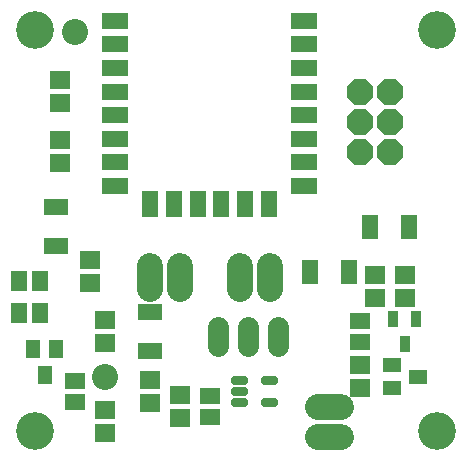
<source format=gbr>
G04 EAGLE Gerber RS-274X export*
G75*
%MOMM*%
%FSLAX34Y34*%
%LPD*%
%INSoldermask Top*%
%IPPOS*%
%AMOC8*
5,1,8,0,0,1.08239X$1,22.5*%
G01*
G04 Define Apertures*
%ADD10C,3.203200*%
%ADD11R,2.203200X1.403200*%
%ADD12R,1.403200X2.203200*%
%ADD13R,0.828000X1.426700*%
%ADD14R,1.703200X1.503200*%
%ADD15R,1.668500X1.367800*%
%ADD16R,1.603200X1.203200*%
%ADD17C,0.499716*%
%ADD18R,1.477900X2.053200*%
%ADD19R,2.053200X1.477900*%
%ADD20P,2.40204X8X112.5*%
%ADD21C,2.219200*%
%ADD22R,1.367800X1.668500*%
%ADD23R,1.203200X1.603200*%
%ADD24C,1.803200*%
%ADD25C,2.203200*%
D10*
X30000Y30000D03*
X370000Y370000D03*
X370000Y30000D03*
X30000Y370000D03*
D11*
X257800Y237440D03*
X257800Y257440D03*
X257800Y277440D03*
X257800Y297440D03*
X257800Y317440D03*
X257800Y337440D03*
X257800Y357440D03*
X257800Y377440D03*
X97800Y377440D03*
X97800Y337440D03*
X97800Y357440D03*
X97800Y317440D03*
X97800Y297440D03*
X97800Y277440D03*
X97800Y257440D03*
X97800Y237440D03*
D12*
X227800Y222640D03*
X207800Y222640D03*
X187800Y222640D03*
X167800Y222640D03*
X147800Y222640D03*
X127800Y222640D03*
D13*
X352400Y124940D03*
X333400Y124940D03*
X342900Y103660D03*
D14*
X127000Y73000D03*
X127000Y54000D03*
D15*
X177800Y59554D03*
X177800Y42046D03*
D16*
X353900Y76200D03*
X331900Y66700D03*
X331900Y85700D03*
D17*
X207918Y71532D02*
X198782Y71532D01*
X198782Y74468D01*
X207918Y74468D01*
X207918Y71532D01*
X207918Y62032D02*
X198782Y62032D01*
X198782Y64968D01*
X207918Y64968D01*
X207918Y62032D01*
X207918Y52532D02*
X198782Y52532D01*
X198782Y55468D01*
X207918Y55468D01*
X207918Y52532D01*
X223882Y52532D02*
X233018Y52532D01*
X223882Y52532D02*
X223882Y55468D01*
X233018Y55468D01*
X233018Y52532D01*
X233018Y71532D02*
X223882Y71532D01*
X223882Y74468D01*
X233018Y74468D01*
X233018Y71532D01*
D14*
X152400Y41300D03*
X152400Y60300D03*
X342900Y161900D03*
X342900Y142900D03*
X317500Y142900D03*
X317500Y161900D03*
X304800Y85700D03*
X304800Y66700D03*
D15*
X304800Y105546D03*
X304800Y123054D03*
D18*
X295603Y165100D03*
X263197Y165100D03*
X346403Y203200D03*
X313997Y203200D03*
D19*
X48000Y219403D03*
X48000Y186997D03*
D14*
X50800Y308000D03*
X50800Y327000D03*
X50800Y257200D03*
X50800Y276200D03*
D20*
X304800Y266700D03*
X330200Y266700D03*
X304800Y292100D03*
X330200Y292100D03*
X304800Y317500D03*
X330200Y317500D03*
D21*
X203200Y170080D02*
X203200Y149920D01*
X228600Y149920D02*
X228600Y170080D01*
X127000Y170080D02*
X127000Y149920D01*
X152400Y149920D02*
X152400Y170080D01*
D15*
X63500Y54746D03*
X63500Y72254D03*
D22*
X16646Y156853D03*
X34154Y156853D03*
D21*
X269320Y50800D02*
X289480Y50800D01*
X289480Y25400D02*
X269320Y25400D01*
D23*
X38100Y77900D03*
X28600Y99900D03*
X47600Y99900D03*
D22*
X16646Y130000D03*
X34154Y130000D03*
D24*
X235400Y118000D02*
X235400Y102000D01*
X210000Y102000D02*
X210000Y118000D01*
X184600Y118000D02*
X184600Y102000D01*
D14*
X88900Y47600D03*
X88900Y28600D03*
X88900Y123800D03*
X88900Y104800D03*
D19*
X127000Y98097D03*
X127000Y130503D03*
D14*
X76200Y155600D03*
X76200Y174600D03*
D25*
X88900Y76200D03*
X63500Y368300D03*
M02*

</source>
